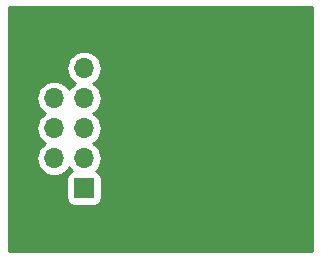
<source format=gbr>
G04 #@! TF.GenerationSoftware,KiCad,Pcbnew,(5.1.4)-1*
G04 #@! TF.CreationDate,2021-03-01T17:54:04+03:00*
G04 #@! TF.ProjectId,FPGA_Prog_Adapter,46504741-5f50-4726-9f67-5f4164617074,rev?*
G04 #@! TF.SameCoordinates,Original*
G04 #@! TF.FileFunction,Copper,L2,Bot*
G04 #@! TF.FilePolarity,Positive*
%FSLAX46Y46*%
G04 Gerber Fmt 4.6, Leading zero omitted, Abs format (unit mm)*
G04 Created by KiCad (PCBNEW (5.1.4)-1) date 2021-03-01 17:54:04*
%MOMM*%
%LPD*%
G04 APERTURE LIST*
%ADD10O,1.700000X1.700000*%
%ADD11R,1.700000X1.700000*%
%ADD12C,1.000000*%
%ADD13C,1.500000*%
%ADD14C,0.254000*%
G04 APERTURE END LIST*
D10*
X120460000Y-78840000D03*
X123000000Y-78840000D03*
X120460000Y-81380000D03*
X123000000Y-81380000D03*
X120460000Y-83920000D03*
X123000000Y-83920000D03*
X120460000Y-86460000D03*
X123000000Y-86460000D03*
X120460000Y-89000000D03*
D11*
X123000000Y-89000000D03*
D12*
X130600000Y-86400000D03*
D13*
X117974999Y-74974999D03*
X117974999Y-80974999D03*
X117974999Y-88974999D03*
X119974999Y-92974999D03*
X123974999Y-74974999D03*
X125974999Y-90974999D03*
X127974999Y-76974999D03*
X129974999Y-92974999D03*
X131974999Y-74974999D03*
X133974999Y-90974999D03*
X135974999Y-76974999D03*
X137974999Y-92974999D03*
X139974999Y-74974999D03*
X139974999Y-80974999D03*
X139974999Y-86974999D03*
D12*
X128900000Y-86400000D03*
X127100000Y-86400000D03*
X130600000Y-83800000D03*
X128900000Y-83800000D03*
X127100000Y-83800000D03*
X128900000Y-81700000D03*
X130600000Y-81700000D03*
D14*
G36*
X142340001Y-94340000D02*
G01*
X116660000Y-94340000D01*
X116660000Y-81380000D01*
X118967815Y-81380000D01*
X118996487Y-81671111D01*
X119081401Y-81951034D01*
X119219294Y-82209014D01*
X119404866Y-82435134D01*
X119630986Y-82620706D01*
X119685791Y-82650000D01*
X119630986Y-82679294D01*
X119404866Y-82864866D01*
X119219294Y-83090986D01*
X119081401Y-83348966D01*
X118996487Y-83628889D01*
X118967815Y-83920000D01*
X118996487Y-84211111D01*
X119081401Y-84491034D01*
X119219294Y-84749014D01*
X119404866Y-84975134D01*
X119630986Y-85160706D01*
X119685791Y-85190000D01*
X119630986Y-85219294D01*
X119404866Y-85404866D01*
X119219294Y-85630986D01*
X119081401Y-85888966D01*
X118996487Y-86168889D01*
X118967815Y-86460000D01*
X118996487Y-86751111D01*
X119081401Y-87031034D01*
X119219294Y-87289014D01*
X119404866Y-87515134D01*
X119630986Y-87700706D01*
X119888966Y-87838599D01*
X120168889Y-87923513D01*
X120387050Y-87945000D01*
X120532950Y-87945000D01*
X120751111Y-87923513D01*
X121031034Y-87838599D01*
X121289014Y-87700706D01*
X121515134Y-87515134D01*
X121700706Y-87289014D01*
X121730000Y-87234209D01*
X121759294Y-87289014D01*
X121944866Y-87515134D01*
X121974687Y-87539607D01*
X121905820Y-87560498D01*
X121795506Y-87619463D01*
X121698815Y-87698815D01*
X121619463Y-87795506D01*
X121560498Y-87905820D01*
X121524188Y-88025518D01*
X121511928Y-88150000D01*
X121511928Y-89850000D01*
X121524188Y-89974482D01*
X121560498Y-90094180D01*
X121619463Y-90204494D01*
X121698815Y-90301185D01*
X121795506Y-90380537D01*
X121905820Y-90439502D01*
X122025518Y-90475812D01*
X122150000Y-90488072D01*
X123850000Y-90488072D01*
X123974482Y-90475812D01*
X124094180Y-90439502D01*
X124204494Y-90380537D01*
X124301185Y-90301185D01*
X124380537Y-90204494D01*
X124439502Y-90094180D01*
X124475812Y-89974482D01*
X124488072Y-89850000D01*
X124488072Y-88150000D01*
X124475812Y-88025518D01*
X124439502Y-87905820D01*
X124380537Y-87795506D01*
X124301185Y-87698815D01*
X124204494Y-87619463D01*
X124094180Y-87560498D01*
X124025313Y-87539607D01*
X124055134Y-87515134D01*
X124240706Y-87289014D01*
X124378599Y-87031034D01*
X124463513Y-86751111D01*
X124492185Y-86460000D01*
X124463513Y-86168889D01*
X124378599Y-85888966D01*
X124240706Y-85630986D01*
X124055134Y-85404866D01*
X123829014Y-85219294D01*
X123774209Y-85190000D01*
X123829014Y-85160706D01*
X124055134Y-84975134D01*
X124240706Y-84749014D01*
X124378599Y-84491034D01*
X124463513Y-84211111D01*
X124492185Y-83920000D01*
X124463513Y-83628889D01*
X124378599Y-83348966D01*
X124240706Y-83090986D01*
X124055134Y-82864866D01*
X123829014Y-82679294D01*
X123774209Y-82650000D01*
X123829014Y-82620706D01*
X124055134Y-82435134D01*
X124240706Y-82209014D01*
X124378599Y-81951034D01*
X124463513Y-81671111D01*
X124492185Y-81380000D01*
X124463513Y-81088889D01*
X124378599Y-80808966D01*
X124240706Y-80550986D01*
X124055134Y-80324866D01*
X123829014Y-80139294D01*
X123774209Y-80110000D01*
X123829014Y-80080706D01*
X124055134Y-79895134D01*
X124240706Y-79669014D01*
X124378599Y-79411034D01*
X124463513Y-79131111D01*
X124492185Y-78840000D01*
X124463513Y-78548889D01*
X124378599Y-78268966D01*
X124240706Y-78010986D01*
X124055134Y-77784866D01*
X123829014Y-77599294D01*
X123571034Y-77461401D01*
X123291111Y-77376487D01*
X123072950Y-77355000D01*
X122927050Y-77355000D01*
X122708889Y-77376487D01*
X122428966Y-77461401D01*
X122170986Y-77599294D01*
X121944866Y-77784866D01*
X121759294Y-78010986D01*
X121621401Y-78268966D01*
X121536487Y-78548889D01*
X121507815Y-78840000D01*
X121536487Y-79131111D01*
X121621401Y-79411034D01*
X121759294Y-79669014D01*
X121944866Y-79895134D01*
X122170986Y-80080706D01*
X122225791Y-80110000D01*
X122170986Y-80139294D01*
X121944866Y-80324866D01*
X121759294Y-80550986D01*
X121730000Y-80605791D01*
X121700706Y-80550986D01*
X121515134Y-80324866D01*
X121289014Y-80139294D01*
X121031034Y-80001401D01*
X120751111Y-79916487D01*
X120532950Y-79895000D01*
X120387050Y-79895000D01*
X120168889Y-79916487D01*
X119888966Y-80001401D01*
X119630986Y-80139294D01*
X119404866Y-80324866D01*
X119219294Y-80550986D01*
X119081401Y-80808966D01*
X118996487Y-81088889D01*
X118967815Y-81380000D01*
X116660000Y-81380000D01*
X116660000Y-73660000D01*
X142340000Y-73660000D01*
X142340001Y-94340000D01*
X142340001Y-94340000D01*
G37*
X142340001Y-94340000D02*
X116660000Y-94340000D01*
X116660000Y-81380000D01*
X118967815Y-81380000D01*
X118996487Y-81671111D01*
X119081401Y-81951034D01*
X119219294Y-82209014D01*
X119404866Y-82435134D01*
X119630986Y-82620706D01*
X119685791Y-82650000D01*
X119630986Y-82679294D01*
X119404866Y-82864866D01*
X119219294Y-83090986D01*
X119081401Y-83348966D01*
X118996487Y-83628889D01*
X118967815Y-83920000D01*
X118996487Y-84211111D01*
X119081401Y-84491034D01*
X119219294Y-84749014D01*
X119404866Y-84975134D01*
X119630986Y-85160706D01*
X119685791Y-85190000D01*
X119630986Y-85219294D01*
X119404866Y-85404866D01*
X119219294Y-85630986D01*
X119081401Y-85888966D01*
X118996487Y-86168889D01*
X118967815Y-86460000D01*
X118996487Y-86751111D01*
X119081401Y-87031034D01*
X119219294Y-87289014D01*
X119404866Y-87515134D01*
X119630986Y-87700706D01*
X119888966Y-87838599D01*
X120168889Y-87923513D01*
X120387050Y-87945000D01*
X120532950Y-87945000D01*
X120751111Y-87923513D01*
X121031034Y-87838599D01*
X121289014Y-87700706D01*
X121515134Y-87515134D01*
X121700706Y-87289014D01*
X121730000Y-87234209D01*
X121759294Y-87289014D01*
X121944866Y-87515134D01*
X121974687Y-87539607D01*
X121905820Y-87560498D01*
X121795506Y-87619463D01*
X121698815Y-87698815D01*
X121619463Y-87795506D01*
X121560498Y-87905820D01*
X121524188Y-88025518D01*
X121511928Y-88150000D01*
X121511928Y-89850000D01*
X121524188Y-89974482D01*
X121560498Y-90094180D01*
X121619463Y-90204494D01*
X121698815Y-90301185D01*
X121795506Y-90380537D01*
X121905820Y-90439502D01*
X122025518Y-90475812D01*
X122150000Y-90488072D01*
X123850000Y-90488072D01*
X123974482Y-90475812D01*
X124094180Y-90439502D01*
X124204494Y-90380537D01*
X124301185Y-90301185D01*
X124380537Y-90204494D01*
X124439502Y-90094180D01*
X124475812Y-89974482D01*
X124488072Y-89850000D01*
X124488072Y-88150000D01*
X124475812Y-88025518D01*
X124439502Y-87905820D01*
X124380537Y-87795506D01*
X124301185Y-87698815D01*
X124204494Y-87619463D01*
X124094180Y-87560498D01*
X124025313Y-87539607D01*
X124055134Y-87515134D01*
X124240706Y-87289014D01*
X124378599Y-87031034D01*
X124463513Y-86751111D01*
X124492185Y-86460000D01*
X124463513Y-86168889D01*
X124378599Y-85888966D01*
X124240706Y-85630986D01*
X124055134Y-85404866D01*
X123829014Y-85219294D01*
X123774209Y-85190000D01*
X123829014Y-85160706D01*
X124055134Y-84975134D01*
X124240706Y-84749014D01*
X124378599Y-84491034D01*
X124463513Y-84211111D01*
X124492185Y-83920000D01*
X124463513Y-83628889D01*
X124378599Y-83348966D01*
X124240706Y-83090986D01*
X124055134Y-82864866D01*
X123829014Y-82679294D01*
X123774209Y-82650000D01*
X123829014Y-82620706D01*
X124055134Y-82435134D01*
X124240706Y-82209014D01*
X124378599Y-81951034D01*
X124463513Y-81671111D01*
X124492185Y-81380000D01*
X124463513Y-81088889D01*
X124378599Y-80808966D01*
X124240706Y-80550986D01*
X124055134Y-80324866D01*
X123829014Y-80139294D01*
X123774209Y-80110000D01*
X123829014Y-80080706D01*
X124055134Y-79895134D01*
X124240706Y-79669014D01*
X124378599Y-79411034D01*
X124463513Y-79131111D01*
X124492185Y-78840000D01*
X124463513Y-78548889D01*
X124378599Y-78268966D01*
X124240706Y-78010986D01*
X124055134Y-77784866D01*
X123829014Y-77599294D01*
X123571034Y-77461401D01*
X123291111Y-77376487D01*
X123072950Y-77355000D01*
X122927050Y-77355000D01*
X122708889Y-77376487D01*
X122428966Y-77461401D01*
X122170986Y-77599294D01*
X121944866Y-77784866D01*
X121759294Y-78010986D01*
X121621401Y-78268966D01*
X121536487Y-78548889D01*
X121507815Y-78840000D01*
X121536487Y-79131111D01*
X121621401Y-79411034D01*
X121759294Y-79669014D01*
X121944866Y-79895134D01*
X122170986Y-80080706D01*
X122225791Y-80110000D01*
X122170986Y-80139294D01*
X121944866Y-80324866D01*
X121759294Y-80550986D01*
X121730000Y-80605791D01*
X121700706Y-80550986D01*
X121515134Y-80324866D01*
X121289014Y-80139294D01*
X121031034Y-80001401D01*
X120751111Y-79916487D01*
X120532950Y-79895000D01*
X120387050Y-79895000D01*
X120168889Y-79916487D01*
X119888966Y-80001401D01*
X119630986Y-80139294D01*
X119404866Y-80324866D01*
X119219294Y-80550986D01*
X119081401Y-80808966D01*
X118996487Y-81088889D01*
X118967815Y-81380000D01*
X116660000Y-81380000D01*
X116660000Y-73660000D01*
X142340000Y-73660000D01*
X142340001Y-94340000D01*
M02*

</source>
